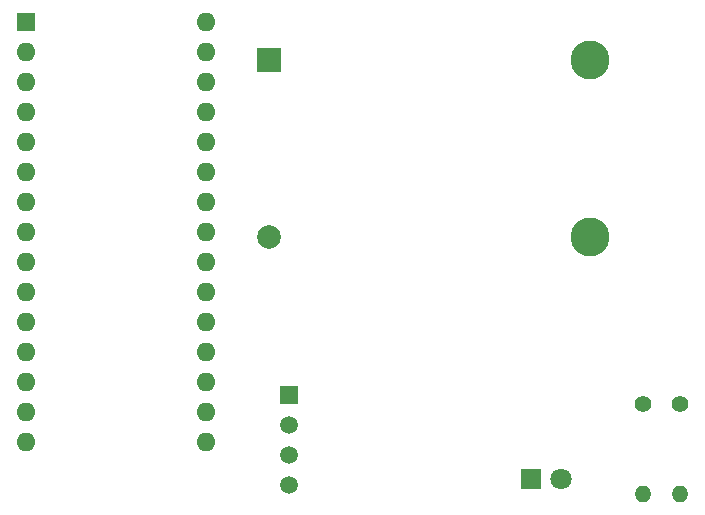
<source format=gbr>
%TF.GenerationSoftware,KiCad,Pcbnew,8.0.8*%
%TF.CreationDate,2025-02-19T23:16:59+00:00*%
%TF.ProjectId,ESP32-Project,45535033-322d-4507-926f-6a6563742e6b,rev?*%
%TF.SameCoordinates,Original*%
%TF.FileFunction,Soldermask,Bot*%
%TF.FilePolarity,Negative*%
%FSLAX46Y46*%
G04 Gerber Fmt 4.6, Leading zero omitted, Abs format (unit mm)*
G04 Created by KiCad (PCBNEW 8.0.8) date 2025-02-19 23:16:59*
%MOMM*%
%LPD*%
G01*
G04 APERTURE LIST*
%ADD10R,1.500000X1.500000*%
%ADD11C,1.500000*%
%ADD12C,1.400000*%
%ADD13O,1.400000X1.400000*%
%ADD14R,1.800000X1.800000*%
%ADD15C,1.800000*%
%ADD16C,2.000000*%
%ADD17R,2.000000X2.000000*%
%ADD18C,3.300000*%
%ADD19R,1.600000X1.600000*%
%ADD20O,1.600000X1.600000*%
G04 APERTURE END LIST*
D10*
%TO.C,U1*%
X57500000Y-72880000D03*
D11*
X57500000Y-75420000D03*
X57500000Y-77960000D03*
X57500000Y-80500000D03*
%TD*%
D12*
%TO.C,R2*%
X87500000Y-73690000D03*
D13*
X87500000Y-81310000D03*
%TD*%
D12*
%TO.C,R1*%
X90650000Y-73690000D03*
D13*
X90650000Y-81310000D03*
%TD*%
D14*
%TO.C,D1*%
X78000000Y-80000000D03*
D15*
X80540000Y-80000000D03*
%TD*%
D16*
%TO.C,BT1*%
X55835000Y-59495000D03*
D17*
X55835000Y-44505000D03*
D18*
X83000000Y-59495000D03*
X83000000Y-44505000D03*
%TD*%
D19*
%TO.C,A1*%
X35260000Y-41300000D03*
D20*
X35260000Y-43840000D03*
X35260000Y-46380000D03*
X35260000Y-48920000D03*
X35260000Y-51460000D03*
X35260000Y-54000000D03*
X35260000Y-56540000D03*
X35260000Y-59080000D03*
X35260000Y-61620000D03*
X35260000Y-64160000D03*
X35260000Y-66700000D03*
X35260000Y-69240000D03*
X35260000Y-71780000D03*
X35260000Y-74320000D03*
X35260000Y-76860000D03*
X50500000Y-76860000D03*
X50500000Y-74320000D03*
X50500000Y-71780000D03*
X50500000Y-69240000D03*
X50500000Y-66700000D03*
X50500000Y-64160000D03*
X50500000Y-61620000D03*
X50500000Y-59080000D03*
X50500000Y-56540000D03*
X50500000Y-54000000D03*
X50500000Y-51460000D03*
X50500000Y-48920000D03*
X50500000Y-46380000D03*
X50500000Y-43840000D03*
X50500000Y-41300000D03*
%TD*%
M02*

</source>
